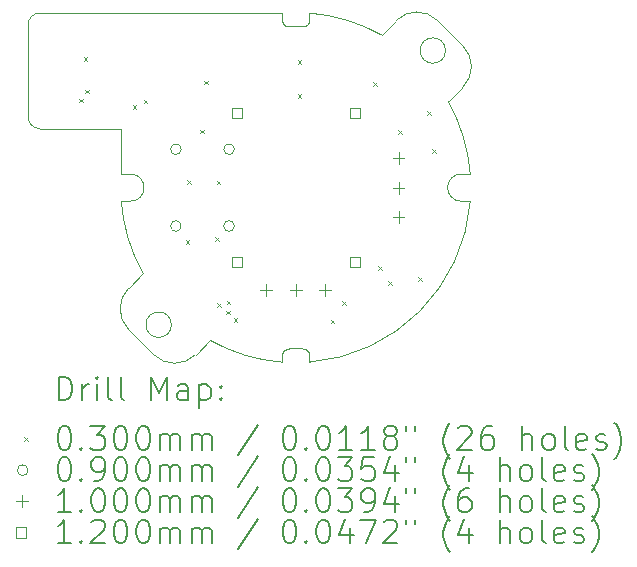
<source format=gbr>
%TF.GenerationSoftware,KiCad,Pcbnew,8.0.2*%
%TF.CreationDate,2025-05-18T13:49:09-07:00*%
%TF.ProjectId,PGS_Stick_Board,5047535f-5374-4696-936b-5f426f617264,rev?*%
%TF.SameCoordinates,Original*%
%TF.FileFunction,Drillmap*%
%TF.FilePolarity,Positive*%
%FSLAX45Y45*%
G04 Gerber Fmt 4.5, Leading zero omitted, Abs format (unit mm)*
G04 Created by KiCad (PCBNEW 8.0.2) date 2025-05-18 13:49:09*
%MOMM*%
%LPD*%
G01*
G04 APERTURE LIST*
%ADD10C,0.010000*%
%ADD11C,0.200000*%
%ADD12C,0.100000*%
%ADD13C,0.120000*%
G04 APERTURE END LIST*
D10*
X2955946Y-4346100D02*
G75*
G02*
X2855947Y-4247305I4J100010D01*
G01*
X5183301Y-3479385D02*
X5184584Y-3479426D01*
X5185866Y-3479436D01*
X5187147Y-3479414D01*
X5188426Y-3479360D01*
X5189702Y-3479275D01*
X5190975Y-3479158D01*
X5192245Y-3479010D01*
X5193511Y-3478831D01*
X5194771Y-3478621D01*
X5196027Y-3478380D01*
X5197276Y-3478108D01*
X5198519Y-3477805D01*
X5199755Y-3477471D01*
X5200983Y-3477106D01*
X5202203Y-3476711D01*
X5203414Y-3476286D01*
X5971028Y-3431319D02*
G75*
G02*
X6323879Y-3430609I176782J-176781D01*
G01*
X3830249Y-5572098D02*
G75*
G02*
X3644466Y-4960533I1292291J726578D01*
G01*
X5012429Y-6241447D02*
X5011970Y-6242452D01*
X5011532Y-6243467D01*
X5011116Y-6244490D01*
X5010722Y-6245522D01*
X5010350Y-6246561D01*
X5010000Y-6247608D01*
X5009673Y-6248663D01*
X5009368Y-6249724D01*
X5009085Y-6250792D01*
X5008826Y-6251866D01*
X5008665Y-6252586D01*
X3830249Y-5572098D02*
X3708286Y-5694061D01*
X5183301Y-6211681D02*
G75*
G02*
X5061699Y-6211681I-60801J1366159D01*
G01*
X5039428Y-3475442D02*
X5040452Y-3475857D01*
X5041485Y-3476249D01*
X5042526Y-3476619D01*
X5043574Y-3476967D01*
X5044629Y-3477292D01*
X5045691Y-3477595D01*
X5046759Y-3477875D01*
X5047833Y-3478133D01*
X5048912Y-3478367D01*
X5049997Y-3478579D01*
X5050723Y-3478707D01*
X5233510Y-6243566D02*
X5233000Y-6242384D01*
X5232461Y-6241216D01*
X5231895Y-6240062D01*
X5231300Y-6238924D01*
X5230678Y-6237802D01*
X5230029Y-6236696D01*
X5229352Y-6235607D01*
X5228649Y-6234535D01*
X5227920Y-6233480D01*
X5227165Y-6232444D01*
X5226384Y-6231426D01*
X5225578Y-6230428D01*
X5224747Y-6229449D01*
X5223891Y-6228490D01*
X5223012Y-6227552D01*
X5222108Y-6226636D01*
X4273972Y-6259746D02*
X4395935Y-6137784D01*
X6536712Y-3643450D02*
X6323875Y-3430613D01*
X5008665Y-6252586D02*
X5008458Y-6253598D01*
X5008270Y-6254614D01*
X5008103Y-6255633D01*
X5007956Y-6256656D01*
X5007830Y-6257680D01*
X5007724Y-6258707D01*
X5007638Y-6259736D01*
X5007573Y-6260767D01*
X5007529Y-6261799D01*
X5007505Y-6262832D01*
X5007500Y-6263521D01*
X2955946Y-4346100D02*
X3640000Y-4346100D01*
X3640000Y-4730533D02*
X3722500Y-4730533D01*
X2855940Y-3467497D02*
G75*
G02*
X2955940Y-3367500I100000J-3D01*
G01*
X3640000Y-4346100D02*
X3640000Y-4730533D01*
X6522500Y-4960533D02*
G75*
G02*
X6522839Y-4730528I0J115003D01*
G01*
X5007500Y-6323566D02*
G75*
G02*
X4395934Y-6137784I115000J1478046D01*
G01*
X5236335Y-3438480D02*
X5236542Y-3437467D01*
X5236730Y-3436451D01*
X5236897Y-3435432D01*
X5237044Y-3434410D01*
X5237170Y-3433385D01*
X5237276Y-3432358D01*
X5237362Y-3431329D01*
X5237427Y-3430299D01*
X5237471Y-3429267D01*
X5237495Y-3428234D01*
X5237500Y-3427545D01*
X2855940Y-3467497D02*
X2855940Y-4247305D01*
X5222108Y-6226636D02*
X5221207Y-6225765D01*
X5220286Y-6224918D01*
X5219346Y-6224094D01*
X5218387Y-6223293D01*
X5217410Y-6222516D01*
X5216415Y-6221763D01*
X5215402Y-6221035D01*
X5214372Y-6220331D01*
X5213325Y-6219652D01*
X5212263Y-6218998D01*
X5211184Y-6218370D01*
X5210091Y-6217768D01*
X5208982Y-6217192D01*
X5207859Y-6216642D01*
X5206722Y-6216119D01*
X5205572Y-6215623D01*
X5237500Y-3367500D02*
X5237500Y-3427545D01*
X5205572Y-6215623D02*
X5204547Y-6215209D01*
X5203515Y-6214817D01*
X5202474Y-6214446D01*
X5201426Y-6214099D01*
X5200371Y-6213773D01*
X5199309Y-6213471D01*
X5198241Y-6213190D01*
X5197167Y-6212933D01*
X5196088Y-6212698D01*
X5195003Y-6212487D01*
X5194277Y-6212359D01*
X5024166Y-6225418D02*
X5023256Y-6226279D01*
X5022369Y-6227161D01*
X5021504Y-6228063D01*
X5020661Y-6228986D01*
X5019841Y-6229927D01*
X5019045Y-6230888D01*
X5018272Y-6231868D01*
X5017523Y-6232865D01*
X5016798Y-6233881D01*
X5016098Y-6234913D01*
X5015423Y-6235963D01*
X5014772Y-6237029D01*
X5014147Y-6238110D01*
X5013548Y-6239208D01*
X5012976Y-6240320D01*
X5012429Y-6241447D01*
X4273972Y-6259746D02*
G75*
G02*
X3920418Y-6259744I-176776J176769D01*
G01*
X5971028Y-3431319D02*
X5849065Y-3553282D01*
X6414750Y-4118968D02*
X6536713Y-3997005D01*
X3920418Y-6259744D02*
X3920417Y-6259745D01*
X4069461Y-6006072D02*
G75*
G02*
X3854461Y-6006072I-107500J0D01*
G01*
X3854461Y-6006072D02*
G75*
G02*
X4069461Y-6006072I107500J0D01*
G01*
X5237500Y-6263521D02*
X5237500Y-6323566D01*
X5011490Y-3447500D02*
X5012000Y-3448682D01*
X5012539Y-3449850D01*
X5013105Y-3451003D01*
X5013700Y-3452141D01*
X5014322Y-3453263D01*
X5014971Y-3454370D01*
X5015648Y-3455459D01*
X5016351Y-3456531D01*
X5017080Y-3457585D01*
X5017835Y-3458622D01*
X5018616Y-3459639D01*
X5019422Y-3460638D01*
X5020253Y-3461616D01*
X5021108Y-3462575D01*
X5021988Y-3463513D01*
X5022892Y-3464430D01*
X6600533Y-4960533D02*
X6522500Y-4960533D01*
X6522839Y-4730533D02*
X6600535Y-4730533D01*
X5007500Y-3427545D02*
X5007516Y-3428828D01*
X5007563Y-3430109D01*
X5007643Y-3431388D01*
X5007753Y-3432663D01*
X5007895Y-3433934D01*
X5008068Y-3435201D01*
X5008272Y-3436463D01*
X5008507Y-3437720D01*
X5008773Y-3438970D01*
X5009070Y-3440213D01*
X5009398Y-3441449D01*
X5009756Y-3442677D01*
X5010144Y-3443897D01*
X5010563Y-3445108D01*
X5011011Y-3446309D01*
X5011490Y-3447500D01*
X6390539Y-3684994D02*
G75*
G02*
X6175539Y-3684994I-107500J0D01*
G01*
X6175539Y-3684994D02*
G75*
G02*
X6390539Y-3684994I107500J0D01*
G01*
X5232571Y-3449619D02*
X5233030Y-3448613D01*
X5233468Y-3447599D01*
X5233884Y-3446576D01*
X5234278Y-3445544D01*
X5234650Y-3444504D01*
X5235000Y-3443457D01*
X5235327Y-3442403D01*
X5235632Y-3441341D01*
X5235914Y-3440274D01*
X5236174Y-3439199D01*
X5236335Y-3438480D01*
X6414750Y-4118968D02*
G75*
G02*
X6600533Y-4730533I-1292300J-726582D01*
G01*
X5061699Y-6211681D02*
X5060416Y-6211639D01*
X5059134Y-6211630D01*
X5057853Y-6211652D01*
X5056574Y-6211706D01*
X5055298Y-6211791D01*
X5054025Y-6211908D01*
X5052755Y-6212055D01*
X5051489Y-6212234D01*
X5050229Y-6212445D01*
X5048973Y-6212686D01*
X5047724Y-6212958D01*
X5046481Y-6213261D01*
X5045245Y-6213595D01*
X5044017Y-6213959D01*
X5042797Y-6214354D01*
X5041586Y-6214780D01*
X5237500Y-6263521D02*
X5237484Y-6262238D01*
X5237437Y-6260956D01*
X5237357Y-6259678D01*
X5237247Y-6258403D01*
X5237105Y-6257131D01*
X5236932Y-6255864D01*
X5236728Y-6254602D01*
X5236493Y-6253346D01*
X5236227Y-6252096D01*
X5235930Y-6250852D01*
X5235602Y-6249616D01*
X5235244Y-6248388D01*
X5234856Y-6247169D01*
X5234437Y-6245958D01*
X5233989Y-6244757D01*
X5233510Y-6243566D01*
X5007500Y-3367500D02*
X2955940Y-3367500D01*
X6536712Y-3643450D02*
G75*
G02*
X6536715Y-3997007I-176783J-176780D01*
G01*
X5203414Y-3476286D02*
X5204617Y-3475829D01*
X5205808Y-3475343D01*
X5206986Y-3474829D01*
X5208149Y-3474285D01*
X5209298Y-3473713D01*
X5210432Y-3473114D01*
X5211550Y-3472487D01*
X5212652Y-3471832D01*
X5213738Y-3471150D01*
X5214807Y-3470442D01*
X5215858Y-3469707D01*
X5216891Y-3468946D01*
X5217906Y-3468160D01*
X5218902Y-3467348D01*
X5219878Y-3466510D01*
X5220834Y-3465648D01*
X5041586Y-6214780D02*
X5040382Y-6215236D01*
X5039192Y-6215722D01*
X5038014Y-6216237D01*
X5036851Y-6216780D01*
X5035702Y-6217352D01*
X5034568Y-6217952D01*
X5033450Y-6218579D01*
X5032348Y-6219234D01*
X5031262Y-6219915D01*
X5030193Y-6220624D01*
X5029142Y-6221358D01*
X5028108Y-6222119D01*
X5027094Y-6222906D01*
X5026098Y-6223718D01*
X5025122Y-6224555D01*
X5024166Y-6225418D01*
X6600533Y-4960533D02*
G75*
G02*
X5237500Y-6323566I-1478033J115000D01*
G01*
X3722500Y-4960533D02*
X3644466Y-4960533D01*
X3722500Y-4730533D02*
G75*
G02*
X3722500Y-4960533I0J-115000D01*
G01*
X5007500Y-6323566D02*
X5007500Y-6263521D01*
X5061699Y-3479385D02*
G75*
G02*
X5183301Y-3479385I60801J-1366159D01*
G01*
X5022892Y-3464430D02*
X5023793Y-3465300D01*
X5024714Y-3466148D01*
X5025654Y-3466972D01*
X5026613Y-3467772D01*
X5027590Y-3468549D01*
X5028585Y-3469302D01*
X5029598Y-3470031D01*
X5030628Y-3470735D01*
X5031675Y-3471414D01*
X5032737Y-3472068D01*
X5033816Y-3472696D01*
X5034909Y-3473298D01*
X5036018Y-3473874D01*
X5037141Y-3474424D01*
X5038277Y-3474947D01*
X5039428Y-3475442D01*
X5007500Y-3427545D02*
X5007500Y-3367500D01*
X3708286Y-6047614D02*
G75*
G02*
X3708287Y-5694061I176777J176776D01*
G01*
X5194277Y-6212359D02*
X5193257Y-6212196D01*
X5192233Y-6212054D01*
X5191208Y-6211932D01*
X5190180Y-6211831D01*
X5189151Y-6211750D01*
X5188120Y-6211690D01*
X5187088Y-6211650D01*
X5186056Y-6211631D01*
X5185023Y-6211632D01*
X5183989Y-6211654D01*
X5183301Y-6211681D01*
X5220834Y-3465648D02*
X5221744Y-3464787D01*
X5222631Y-3463905D01*
X5223496Y-3463002D01*
X5224339Y-3462080D01*
X5225158Y-3461138D01*
X5225955Y-3460177D01*
X5226728Y-3459198D01*
X5227477Y-3458200D01*
X5228202Y-3457185D01*
X5228902Y-3456152D01*
X5229577Y-3455103D01*
X5230228Y-3454037D01*
X5230852Y-3452955D01*
X5231451Y-3451858D01*
X5232024Y-3450746D01*
X5232571Y-3449619D01*
X5050723Y-3478707D02*
X5051743Y-3478870D01*
X5052767Y-3479012D01*
X5053792Y-3479133D01*
X5054820Y-3479235D01*
X5055849Y-3479315D01*
X5056880Y-3479376D01*
X5057912Y-3479415D01*
X5058944Y-3479435D01*
X5059977Y-3479433D01*
X5061010Y-3479411D01*
X5061699Y-3479385D01*
X5237500Y-3367500D02*
G75*
G02*
X5849065Y-3553282I-115020J-1478110D01*
G01*
X3708286Y-6047614D02*
X3920417Y-6259745D01*
D11*
D12*
X3289731Y-4094159D02*
X3319731Y-4124159D01*
X3319731Y-4094159D02*
X3289731Y-4124159D01*
X3325583Y-3742000D02*
X3355583Y-3772000D01*
X3355583Y-3742000D02*
X3325583Y-3772000D01*
X3339000Y-4015000D02*
X3369000Y-4045000D01*
X3369000Y-4015000D02*
X3339000Y-4045000D01*
X3742500Y-4150000D02*
X3772500Y-4180000D01*
X3772500Y-4150000D02*
X3742500Y-4180000D01*
X3835000Y-4102500D02*
X3865000Y-4132500D01*
X3865000Y-4102500D02*
X3835000Y-4132500D01*
X4190000Y-5290000D02*
X4220000Y-5320000D01*
X4220000Y-5290000D02*
X4190000Y-5320000D01*
X4202000Y-4783000D02*
X4232000Y-4813000D01*
X4232000Y-4783000D02*
X4202000Y-4813000D01*
X4311816Y-4354755D02*
X4341816Y-4384755D01*
X4341816Y-4354755D02*
X4311816Y-4384755D01*
X4347500Y-3940000D02*
X4377500Y-3970000D01*
X4377500Y-3940000D02*
X4347500Y-3970000D01*
X4440000Y-5267500D02*
X4470000Y-5297500D01*
X4470000Y-5267500D02*
X4440000Y-5297500D01*
X4455000Y-4786000D02*
X4485000Y-4816000D01*
X4485000Y-4786000D02*
X4455000Y-4816000D01*
X4457500Y-5825000D02*
X4487500Y-5855000D01*
X4487500Y-5825000D02*
X4457500Y-5855000D01*
X4532500Y-5887500D02*
X4562500Y-5917500D01*
X4562500Y-5887500D02*
X4532500Y-5917500D01*
X4537500Y-5805000D02*
X4567500Y-5835000D01*
X4567500Y-5805000D02*
X4537500Y-5835000D01*
X4597500Y-5952500D02*
X4627500Y-5982500D01*
X4627500Y-5952500D02*
X4597500Y-5982500D01*
X5138000Y-3766000D02*
X5168000Y-3796000D01*
X5168000Y-3766000D02*
X5138000Y-3796000D01*
X5138000Y-4057000D02*
X5168000Y-4087000D01*
X5168000Y-4057000D02*
X5138000Y-4087000D01*
X5420000Y-5962500D02*
X5450000Y-5992500D01*
X5450000Y-5962500D02*
X5420000Y-5992500D01*
X5517500Y-5807500D02*
X5547500Y-5837500D01*
X5547500Y-5807500D02*
X5517500Y-5837500D01*
X5780000Y-3952500D02*
X5810000Y-3982500D01*
X5810000Y-3952500D02*
X5780000Y-3982500D01*
X5820000Y-5512500D02*
X5850000Y-5542500D01*
X5850000Y-5512500D02*
X5820000Y-5542500D01*
X5907500Y-5637500D02*
X5937500Y-5667500D01*
X5937500Y-5637500D02*
X5907500Y-5667500D01*
X5991000Y-4360000D02*
X6021000Y-4390000D01*
X6021000Y-4360000D02*
X5991000Y-4390000D01*
X6157500Y-5602500D02*
X6187500Y-5632500D01*
X6187500Y-5602500D02*
X6157500Y-5632500D01*
X6237500Y-4200000D02*
X6267500Y-4230000D01*
X6267500Y-4200000D02*
X6237500Y-4230000D01*
X6277500Y-4520000D02*
X6307500Y-4550000D01*
X6307500Y-4520000D02*
X6277500Y-4550000D01*
X4152500Y-4520533D02*
G75*
G02*
X4062500Y-4520533I-45000J0D01*
G01*
X4062500Y-4520533D02*
G75*
G02*
X4152500Y-4520533I45000J0D01*
G01*
X4152500Y-5170533D02*
G75*
G02*
X4062500Y-5170533I-45000J0D01*
G01*
X4062500Y-5170533D02*
G75*
G02*
X4152500Y-5170533I45000J0D01*
G01*
X4602500Y-4520533D02*
G75*
G02*
X4512500Y-4520533I-45000J0D01*
G01*
X4512500Y-4520533D02*
G75*
G02*
X4602500Y-4520533I45000J0D01*
G01*
X4602500Y-5170533D02*
G75*
G02*
X4512500Y-5170533I-45000J0D01*
G01*
X4512500Y-5170533D02*
G75*
G02*
X4602500Y-5170533I45000J0D01*
G01*
X4872500Y-5665533D02*
X4872500Y-5765533D01*
X4822500Y-5715533D02*
X4922500Y-5715533D01*
X5122500Y-5665533D02*
X5122500Y-5765533D01*
X5072500Y-5715533D02*
X5172500Y-5715533D01*
X5372500Y-5665533D02*
X5372500Y-5765533D01*
X5322500Y-5715533D02*
X5422500Y-5715533D01*
X5992500Y-4545533D02*
X5992500Y-4645533D01*
X5942500Y-4595533D02*
X6042500Y-4595533D01*
X5992500Y-4795533D02*
X5992500Y-4895533D01*
X5942500Y-4845533D02*
X6042500Y-4845533D01*
X5992500Y-5045533D02*
X5992500Y-5145533D01*
X5942500Y-5095533D02*
X6042500Y-5095533D01*
D13*
X4664927Y-4255460D02*
X4664927Y-4170606D01*
X4580073Y-4170606D01*
X4580073Y-4255460D01*
X4664927Y-4255460D01*
X4664927Y-5520460D02*
X4664927Y-5435606D01*
X4580073Y-5435606D01*
X4580073Y-5520460D01*
X4664927Y-5520460D01*
X5664927Y-4255460D02*
X5664927Y-4170606D01*
X5580073Y-4170606D01*
X5580073Y-4255460D01*
X5664927Y-4255460D01*
X5664927Y-5520460D02*
X5664927Y-5435606D01*
X5580073Y-5435606D01*
X5580073Y-5520460D01*
X5664927Y-5520460D01*
D11*
X3116217Y-6644955D02*
X3116217Y-6444955D01*
X3116217Y-6444955D02*
X3163836Y-6444955D01*
X3163836Y-6444955D02*
X3192407Y-6454479D01*
X3192407Y-6454479D02*
X3211455Y-6473526D01*
X3211455Y-6473526D02*
X3220979Y-6492574D01*
X3220979Y-6492574D02*
X3230503Y-6530669D01*
X3230503Y-6530669D02*
X3230503Y-6559241D01*
X3230503Y-6559241D02*
X3220979Y-6597336D01*
X3220979Y-6597336D02*
X3211455Y-6616384D01*
X3211455Y-6616384D02*
X3192407Y-6635431D01*
X3192407Y-6635431D02*
X3163836Y-6644955D01*
X3163836Y-6644955D02*
X3116217Y-6644955D01*
X3316217Y-6644955D02*
X3316217Y-6511622D01*
X3316217Y-6549717D02*
X3325741Y-6530669D01*
X3325741Y-6530669D02*
X3335265Y-6521145D01*
X3335265Y-6521145D02*
X3354312Y-6511622D01*
X3354312Y-6511622D02*
X3373360Y-6511622D01*
X3440026Y-6644955D02*
X3440026Y-6511622D01*
X3440026Y-6444955D02*
X3430503Y-6454479D01*
X3430503Y-6454479D02*
X3440026Y-6464003D01*
X3440026Y-6464003D02*
X3449550Y-6454479D01*
X3449550Y-6454479D02*
X3440026Y-6444955D01*
X3440026Y-6444955D02*
X3440026Y-6464003D01*
X3563836Y-6644955D02*
X3544788Y-6635431D01*
X3544788Y-6635431D02*
X3535265Y-6616384D01*
X3535265Y-6616384D02*
X3535265Y-6444955D01*
X3668598Y-6644955D02*
X3649550Y-6635431D01*
X3649550Y-6635431D02*
X3640026Y-6616384D01*
X3640026Y-6616384D02*
X3640026Y-6444955D01*
X3897169Y-6644955D02*
X3897169Y-6444955D01*
X3897169Y-6444955D02*
X3963836Y-6587812D01*
X3963836Y-6587812D02*
X4030503Y-6444955D01*
X4030503Y-6444955D02*
X4030503Y-6644955D01*
X4211455Y-6644955D02*
X4211455Y-6540193D01*
X4211455Y-6540193D02*
X4201931Y-6521145D01*
X4201931Y-6521145D02*
X4182884Y-6511622D01*
X4182884Y-6511622D02*
X4144788Y-6511622D01*
X4144788Y-6511622D02*
X4125741Y-6521145D01*
X4211455Y-6635431D02*
X4192407Y-6644955D01*
X4192407Y-6644955D02*
X4144788Y-6644955D01*
X4144788Y-6644955D02*
X4125741Y-6635431D01*
X4125741Y-6635431D02*
X4116217Y-6616384D01*
X4116217Y-6616384D02*
X4116217Y-6597336D01*
X4116217Y-6597336D02*
X4125741Y-6578288D01*
X4125741Y-6578288D02*
X4144788Y-6568765D01*
X4144788Y-6568765D02*
X4192407Y-6568765D01*
X4192407Y-6568765D02*
X4211455Y-6559241D01*
X4306693Y-6511622D02*
X4306693Y-6711622D01*
X4306693Y-6521145D02*
X4325741Y-6511622D01*
X4325741Y-6511622D02*
X4363836Y-6511622D01*
X4363836Y-6511622D02*
X4382884Y-6521145D01*
X4382884Y-6521145D02*
X4392408Y-6530669D01*
X4392408Y-6530669D02*
X4401931Y-6549717D01*
X4401931Y-6549717D02*
X4401931Y-6606860D01*
X4401931Y-6606860D02*
X4392408Y-6625907D01*
X4392408Y-6625907D02*
X4382884Y-6635431D01*
X4382884Y-6635431D02*
X4363836Y-6644955D01*
X4363836Y-6644955D02*
X4325741Y-6644955D01*
X4325741Y-6644955D02*
X4306693Y-6635431D01*
X4487646Y-6625907D02*
X4497169Y-6635431D01*
X4497169Y-6635431D02*
X4487646Y-6644955D01*
X4487646Y-6644955D02*
X4478122Y-6635431D01*
X4478122Y-6635431D02*
X4487646Y-6625907D01*
X4487646Y-6625907D02*
X4487646Y-6644955D01*
X4487646Y-6521145D02*
X4497169Y-6530669D01*
X4497169Y-6530669D02*
X4487646Y-6540193D01*
X4487646Y-6540193D02*
X4478122Y-6530669D01*
X4478122Y-6530669D02*
X4487646Y-6521145D01*
X4487646Y-6521145D02*
X4487646Y-6540193D01*
D12*
X2825440Y-6958471D02*
X2855440Y-6988471D01*
X2855440Y-6958471D02*
X2825440Y-6988471D01*
D11*
X3154312Y-6864955D02*
X3173360Y-6864955D01*
X3173360Y-6864955D02*
X3192407Y-6874479D01*
X3192407Y-6874479D02*
X3201931Y-6884003D01*
X3201931Y-6884003D02*
X3211455Y-6903050D01*
X3211455Y-6903050D02*
X3220979Y-6941145D01*
X3220979Y-6941145D02*
X3220979Y-6988765D01*
X3220979Y-6988765D02*
X3211455Y-7026860D01*
X3211455Y-7026860D02*
X3201931Y-7045907D01*
X3201931Y-7045907D02*
X3192407Y-7055431D01*
X3192407Y-7055431D02*
X3173360Y-7064955D01*
X3173360Y-7064955D02*
X3154312Y-7064955D01*
X3154312Y-7064955D02*
X3135265Y-7055431D01*
X3135265Y-7055431D02*
X3125741Y-7045907D01*
X3125741Y-7045907D02*
X3116217Y-7026860D01*
X3116217Y-7026860D02*
X3106693Y-6988765D01*
X3106693Y-6988765D02*
X3106693Y-6941145D01*
X3106693Y-6941145D02*
X3116217Y-6903050D01*
X3116217Y-6903050D02*
X3125741Y-6884003D01*
X3125741Y-6884003D02*
X3135265Y-6874479D01*
X3135265Y-6874479D02*
X3154312Y-6864955D01*
X3306693Y-7045907D02*
X3316217Y-7055431D01*
X3316217Y-7055431D02*
X3306693Y-7064955D01*
X3306693Y-7064955D02*
X3297169Y-7055431D01*
X3297169Y-7055431D02*
X3306693Y-7045907D01*
X3306693Y-7045907D02*
X3306693Y-7064955D01*
X3382884Y-6864955D02*
X3506693Y-6864955D01*
X3506693Y-6864955D02*
X3440026Y-6941145D01*
X3440026Y-6941145D02*
X3468598Y-6941145D01*
X3468598Y-6941145D02*
X3487646Y-6950669D01*
X3487646Y-6950669D02*
X3497169Y-6960193D01*
X3497169Y-6960193D02*
X3506693Y-6979241D01*
X3506693Y-6979241D02*
X3506693Y-7026860D01*
X3506693Y-7026860D02*
X3497169Y-7045907D01*
X3497169Y-7045907D02*
X3487646Y-7055431D01*
X3487646Y-7055431D02*
X3468598Y-7064955D01*
X3468598Y-7064955D02*
X3411455Y-7064955D01*
X3411455Y-7064955D02*
X3392407Y-7055431D01*
X3392407Y-7055431D02*
X3382884Y-7045907D01*
X3630503Y-6864955D02*
X3649550Y-6864955D01*
X3649550Y-6864955D02*
X3668598Y-6874479D01*
X3668598Y-6874479D02*
X3678122Y-6884003D01*
X3678122Y-6884003D02*
X3687646Y-6903050D01*
X3687646Y-6903050D02*
X3697169Y-6941145D01*
X3697169Y-6941145D02*
X3697169Y-6988765D01*
X3697169Y-6988765D02*
X3687646Y-7026860D01*
X3687646Y-7026860D02*
X3678122Y-7045907D01*
X3678122Y-7045907D02*
X3668598Y-7055431D01*
X3668598Y-7055431D02*
X3649550Y-7064955D01*
X3649550Y-7064955D02*
X3630503Y-7064955D01*
X3630503Y-7064955D02*
X3611455Y-7055431D01*
X3611455Y-7055431D02*
X3601931Y-7045907D01*
X3601931Y-7045907D02*
X3592407Y-7026860D01*
X3592407Y-7026860D02*
X3582884Y-6988765D01*
X3582884Y-6988765D02*
X3582884Y-6941145D01*
X3582884Y-6941145D02*
X3592407Y-6903050D01*
X3592407Y-6903050D02*
X3601931Y-6884003D01*
X3601931Y-6884003D02*
X3611455Y-6874479D01*
X3611455Y-6874479D02*
X3630503Y-6864955D01*
X3820979Y-6864955D02*
X3840027Y-6864955D01*
X3840027Y-6864955D02*
X3859074Y-6874479D01*
X3859074Y-6874479D02*
X3868598Y-6884003D01*
X3868598Y-6884003D02*
X3878122Y-6903050D01*
X3878122Y-6903050D02*
X3887646Y-6941145D01*
X3887646Y-6941145D02*
X3887646Y-6988765D01*
X3887646Y-6988765D02*
X3878122Y-7026860D01*
X3878122Y-7026860D02*
X3868598Y-7045907D01*
X3868598Y-7045907D02*
X3859074Y-7055431D01*
X3859074Y-7055431D02*
X3840027Y-7064955D01*
X3840027Y-7064955D02*
X3820979Y-7064955D01*
X3820979Y-7064955D02*
X3801931Y-7055431D01*
X3801931Y-7055431D02*
X3792407Y-7045907D01*
X3792407Y-7045907D02*
X3782884Y-7026860D01*
X3782884Y-7026860D02*
X3773360Y-6988765D01*
X3773360Y-6988765D02*
X3773360Y-6941145D01*
X3773360Y-6941145D02*
X3782884Y-6903050D01*
X3782884Y-6903050D02*
X3792407Y-6884003D01*
X3792407Y-6884003D02*
X3801931Y-6874479D01*
X3801931Y-6874479D02*
X3820979Y-6864955D01*
X3973360Y-7064955D02*
X3973360Y-6931622D01*
X3973360Y-6950669D02*
X3982884Y-6941145D01*
X3982884Y-6941145D02*
X4001931Y-6931622D01*
X4001931Y-6931622D02*
X4030503Y-6931622D01*
X4030503Y-6931622D02*
X4049550Y-6941145D01*
X4049550Y-6941145D02*
X4059074Y-6960193D01*
X4059074Y-6960193D02*
X4059074Y-7064955D01*
X4059074Y-6960193D02*
X4068598Y-6941145D01*
X4068598Y-6941145D02*
X4087646Y-6931622D01*
X4087646Y-6931622D02*
X4116217Y-6931622D01*
X4116217Y-6931622D02*
X4135265Y-6941145D01*
X4135265Y-6941145D02*
X4144788Y-6960193D01*
X4144788Y-6960193D02*
X4144788Y-7064955D01*
X4240027Y-7064955D02*
X4240027Y-6931622D01*
X4240027Y-6950669D02*
X4249550Y-6941145D01*
X4249550Y-6941145D02*
X4268598Y-6931622D01*
X4268598Y-6931622D02*
X4297170Y-6931622D01*
X4297170Y-6931622D02*
X4316217Y-6941145D01*
X4316217Y-6941145D02*
X4325741Y-6960193D01*
X4325741Y-6960193D02*
X4325741Y-7064955D01*
X4325741Y-6960193D02*
X4335265Y-6941145D01*
X4335265Y-6941145D02*
X4354312Y-6931622D01*
X4354312Y-6931622D02*
X4382884Y-6931622D01*
X4382884Y-6931622D02*
X4401931Y-6941145D01*
X4401931Y-6941145D02*
X4411455Y-6960193D01*
X4411455Y-6960193D02*
X4411455Y-7064955D01*
X4801931Y-6855431D02*
X4630503Y-7112574D01*
X5059074Y-6864955D02*
X5078122Y-6864955D01*
X5078122Y-6864955D02*
X5097170Y-6874479D01*
X5097170Y-6874479D02*
X5106693Y-6884003D01*
X5106693Y-6884003D02*
X5116217Y-6903050D01*
X5116217Y-6903050D02*
X5125741Y-6941145D01*
X5125741Y-6941145D02*
X5125741Y-6988765D01*
X5125741Y-6988765D02*
X5116217Y-7026860D01*
X5116217Y-7026860D02*
X5106693Y-7045907D01*
X5106693Y-7045907D02*
X5097170Y-7055431D01*
X5097170Y-7055431D02*
X5078122Y-7064955D01*
X5078122Y-7064955D02*
X5059074Y-7064955D01*
X5059074Y-7064955D02*
X5040027Y-7055431D01*
X5040027Y-7055431D02*
X5030503Y-7045907D01*
X5030503Y-7045907D02*
X5020979Y-7026860D01*
X5020979Y-7026860D02*
X5011455Y-6988765D01*
X5011455Y-6988765D02*
X5011455Y-6941145D01*
X5011455Y-6941145D02*
X5020979Y-6903050D01*
X5020979Y-6903050D02*
X5030503Y-6884003D01*
X5030503Y-6884003D02*
X5040027Y-6874479D01*
X5040027Y-6874479D02*
X5059074Y-6864955D01*
X5211455Y-7045907D02*
X5220979Y-7055431D01*
X5220979Y-7055431D02*
X5211455Y-7064955D01*
X5211455Y-7064955D02*
X5201932Y-7055431D01*
X5201932Y-7055431D02*
X5211455Y-7045907D01*
X5211455Y-7045907D02*
X5211455Y-7064955D01*
X5344789Y-6864955D02*
X5363836Y-6864955D01*
X5363836Y-6864955D02*
X5382884Y-6874479D01*
X5382884Y-6874479D02*
X5392408Y-6884003D01*
X5392408Y-6884003D02*
X5401932Y-6903050D01*
X5401932Y-6903050D02*
X5411455Y-6941145D01*
X5411455Y-6941145D02*
X5411455Y-6988765D01*
X5411455Y-6988765D02*
X5401932Y-7026860D01*
X5401932Y-7026860D02*
X5392408Y-7045907D01*
X5392408Y-7045907D02*
X5382884Y-7055431D01*
X5382884Y-7055431D02*
X5363836Y-7064955D01*
X5363836Y-7064955D02*
X5344789Y-7064955D01*
X5344789Y-7064955D02*
X5325741Y-7055431D01*
X5325741Y-7055431D02*
X5316217Y-7045907D01*
X5316217Y-7045907D02*
X5306693Y-7026860D01*
X5306693Y-7026860D02*
X5297170Y-6988765D01*
X5297170Y-6988765D02*
X5297170Y-6941145D01*
X5297170Y-6941145D02*
X5306693Y-6903050D01*
X5306693Y-6903050D02*
X5316217Y-6884003D01*
X5316217Y-6884003D02*
X5325741Y-6874479D01*
X5325741Y-6874479D02*
X5344789Y-6864955D01*
X5601931Y-7064955D02*
X5487646Y-7064955D01*
X5544789Y-7064955D02*
X5544789Y-6864955D01*
X5544789Y-6864955D02*
X5525741Y-6893526D01*
X5525741Y-6893526D02*
X5506693Y-6912574D01*
X5506693Y-6912574D02*
X5487646Y-6922098D01*
X5792408Y-7064955D02*
X5678122Y-7064955D01*
X5735265Y-7064955D02*
X5735265Y-6864955D01*
X5735265Y-6864955D02*
X5716217Y-6893526D01*
X5716217Y-6893526D02*
X5697170Y-6912574D01*
X5697170Y-6912574D02*
X5678122Y-6922098D01*
X5906693Y-6950669D02*
X5887646Y-6941145D01*
X5887646Y-6941145D02*
X5878122Y-6931622D01*
X5878122Y-6931622D02*
X5868598Y-6912574D01*
X5868598Y-6912574D02*
X5868598Y-6903050D01*
X5868598Y-6903050D02*
X5878122Y-6884003D01*
X5878122Y-6884003D02*
X5887646Y-6874479D01*
X5887646Y-6874479D02*
X5906693Y-6864955D01*
X5906693Y-6864955D02*
X5944789Y-6864955D01*
X5944789Y-6864955D02*
X5963836Y-6874479D01*
X5963836Y-6874479D02*
X5973360Y-6884003D01*
X5973360Y-6884003D02*
X5982884Y-6903050D01*
X5982884Y-6903050D02*
X5982884Y-6912574D01*
X5982884Y-6912574D02*
X5973360Y-6931622D01*
X5973360Y-6931622D02*
X5963836Y-6941145D01*
X5963836Y-6941145D02*
X5944789Y-6950669D01*
X5944789Y-6950669D02*
X5906693Y-6950669D01*
X5906693Y-6950669D02*
X5887646Y-6960193D01*
X5887646Y-6960193D02*
X5878122Y-6969717D01*
X5878122Y-6969717D02*
X5868598Y-6988765D01*
X5868598Y-6988765D02*
X5868598Y-7026860D01*
X5868598Y-7026860D02*
X5878122Y-7045907D01*
X5878122Y-7045907D02*
X5887646Y-7055431D01*
X5887646Y-7055431D02*
X5906693Y-7064955D01*
X5906693Y-7064955D02*
X5944789Y-7064955D01*
X5944789Y-7064955D02*
X5963836Y-7055431D01*
X5963836Y-7055431D02*
X5973360Y-7045907D01*
X5973360Y-7045907D02*
X5982884Y-7026860D01*
X5982884Y-7026860D02*
X5982884Y-6988765D01*
X5982884Y-6988765D02*
X5973360Y-6969717D01*
X5973360Y-6969717D02*
X5963836Y-6960193D01*
X5963836Y-6960193D02*
X5944789Y-6950669D01*
X6059074Y-6864955D02*
X6059074Y-6903050D01*
X6135265Y-6864955D02*
X6135265Y-6903050D01*
X6430503Y-7141145D02*
X6420979Y-7131622D01*
X6420979Y-7131622D02*
X6401932Y-7103050D01*
X6401932Y-7103050D02*
X6392408Y-7084003D01*
X6392408Y-7084003D02*
X6382884Y-7055431D01*
X6382884Y-7055431D02*
X6373360Y-7007812D01*
X6373360Y-7007812D02*
X6373360Y-6969717D01*
X6373360Y-6969717D02*
X6382884Y-6922098D01*
X6382884Y-6922098D02*
X6392408Y-6893526D01*
X6392408Y-6893526D02*
X6401932Y-6874479D01*
X6401932Y-6874479D02*
X6420979Y-6845907D01*
X6420979Y-6845907D02*
X6430503Y-6836384D01*
X6497170Y-6884003D02*
X6506693Y-6874479D01*
X6506693Y-6874479D02*
X6525741Y-6864955D01*
X6525741Y-6864955D02*
X6573360Y-6864955D01*
X6573360Y-6864955D02*
X6592408Y-6874479D01*
X6592408Y-6874479D02*
X6601932Y-6884003D01*
X6601932Y-6884003D02*
X6611455Y-6903050D01*
X6611455Y-6903050D02*
X6611455Y-6922098D01*
X6611455Y-6922098D02*
X6601932Y-6950669D01*
X6601932Y-6950669D02*
X6487646Y-7064955D01*
X6487646Y-7064955D02*
X6611455Y-7064955D01*
X6782884Y-6864955D02*
X6744789Y-6864955D01*
X6744789Y-6864955D02*
X6725741Y-6874479D01*
X6725741Y-6874479D02*
X6716217Y-6884003D01*
X6716217Y-6884003D02*
X6697170Y-6912574D01*
X6697170Y-6912574D02*
X6687646Y-6950669D01*
X6687646Y-6950669D02*
X6687646Y-7026860D01*
X6687646Y-7026860D02*
X6697170Y-7045907D01*
X6697170Y-7045907D02*
X6706693Y-7055431D01*
X6706693Y-7055431D02*
X6725741Y-7064955D01*
X6725741Y-7064955D02*
X6763836Y-7064955D01*
X6763836Y-7064955D02*
X6782884Y-7055431D01*
X6782884Y-7055431D02*
X6792408Y-7045907D01*
X6792408Y-7045907D02*
X6801932Y-7026860D01*
X6801932Y-7026860D02*
X6801932Y-6979241D01*
X6801932Y-6979241D02*
X6792408Y-6960193D01*
X6792408Y-6960193D02*
X6782884Y-6950669D01*
X6782884Y-6950669D02*
X6763836Y-6941145D01*
X6763836Y-6941145D02*
X6725741Y-6941145D01*
X6725741Y-6941145D02*
X6706693Y-6950669D01*
X6706693Y-6950669D02*
X6697170Y-6960193D01*
X6697170Y-6960193D02*
X6687646Y-6979241D01*
X7040027Y-7064955D02*
X7040027Y-6864955D01*
X7125741Y-7064955D02*
X7125741Y-6960193D01*
X7125741Y-6960193D02*
X7116217Y-6941145D01*
X7116217Y-6941145D02*
X7097170Y-6931622D01*
X7097170Y-6931622D02*
X7068598Y-6931622D01*
X7068598Y-6931622D02*
X7049551Y-6941145D01*
X7049551Y-6941145D02*
X7040027Y-6950669D01*
X7249551Y-7064955D02*
X7230503Y-7055431D01*
X7230503Y-7055431D02*
X7220979Y-7045907D01*
X7220979Y-7045907D02*
X7211455Y-7026860D01*
X7211455Y-7026860D02*
X7211455Y-6969717D01*
X7211455Y-6969717D02*
X7220979Y-6950669D01*
X7220979Y-6950669D02*
X7230503Y-6941145D01*
X7230503Y-6941145D02*
X7249551Y-6931622D01*
X7249551Y-6931622D02*
X7278122Y-6931622D01*
X7278122Y-6931622D02*
X7297170Y-6941145D01*
X7297170Y-6941145D02*
X7306694Y-6950669D01*
X7306694Y-6950669D02*
X7316217Y-6969717D01*
X7316217Y-6969717D02*
X7316217Y-7026860D01*
X7316217Y-7026860D02*
X7306694Y-7045907D01*
X7306694Y-7045907D02*
X7297170Y-7055431D01*
X7297170Y-7055431D02*
X7278122Y-7064955D01*
X7278122Y-7064955D02*
X7249551Y-7064955D01*
X7430503Y-7064955D02*
X7411455Y-7055431D01*
X7411455Y-7055431D02*
X7401932Y-7036384D01*
X7401932Y-7036384D02*
X7401932Y-6864955D01*
X7582884Y-7055431D02*
X7563836Y-7064955D01*
X7563836Y-7064955D02*
X7525741Y-7064955D01*
X7525741Y-7064955D02*
X7506694Y-7055431D01*
X7506694Y-7055431D02*
X7497170Y-7036384D01*
X7497170Y-7036384D02*
X7497170Y-6960193D01*
X7497170Y-6960193D02*
X7506694Y-6941145D01*
X7506694Y-6941145D02*
X7525741Y-6931622D01*
X7525741Y-6931622D02*
X7563836Y-6931622D01*
X7563836Y-6931622D02*
X7582884Y-6941145D01*
X7582884Y-6941145D02*
X7592408Y-6960193D01*
X7592408Y-6960193D02*
X7592408Y-6979241D01*
X7592408Y-6979241D02*
X7497170Y-6998288D01*
X7668598Y-7055431D02*
X7687646Y-7064955D01*
X7687646Y-7064955D02*
X7725741Y-7064955D01*
X7725741Y-7064955D02*
X7744789Y-7055431D01*
X7744789Y-7055431D02*
X7754313Y-7036384D01*
X7754313Y-7036384D02*
X7754313Y-7026860D01*
X7754313Y-7026860D02*
X7744789Y-7007812D01*
X7744789Y-7007812D02*
X7725741Y-6998288D01*
X7725741Y-6998288D02*
X7697170Y-6998288D01*
X7697170Y-6998288D02*
X7678122Y-6988765D01*
X7678122Y-6988765D02*
X7668598Y-6969717D01*
X7668598Y-6969717D02*
X7668598Y-6960193D01*
X7668598Y-6960193D02*
X7678122Y-6941145D01*
X7678122Y-6941145D02*
X7697170Y-6931622D01*
X7697170Y-6931622D02*
X7725741Y-6931622D01*
X7725741Y-6931622D02*
X7744789Y-6941145D01*
X7820979Y-7141145D02*
X7830503Y-7131622D01*
X7830503Y-7131622D02*
X7849551Y-7103050D01*
X7849551Y-7103050D02*
X7859075Y-7084003D01*
X7859075Y-7084003D02*
X7868598Y-7055431D01*
X7868598Y-7055431D02*
X7878122Y-7007812D01*
X7878122Y-7007812D02*
X7878122Y-6969717D01*
X7878122Y-6969717D02*
X7868598Y-6922098D01*
X7868598Y-6922098D02*
X7859075Y-6893526D01*
X7859075Y-6893526D02*
X7849551Y-6874479D01*
X7849551Y-6874479D02*
X7830503Y-6845907D01*
X7830503Y-6845907D02*
X7820979Y-6836384D01*
D12*
X2855440Y-7237471D02*
G75*
G02*
X2765440Y-7237471I-45000J0D01*
G01*
X2765440Y-7237471D02*
G75*
G02*
X2855440Y-7237471I45000J0D01*
G01*
D11*
X3154312Y-7128955D02*
X3173360Y-7128955D01*
X3173360Y-7128955D02*
X3192407Y-7138479D01*
X3192407Y-7138479D02*
X3201931Y-7148003D01*
X3201931Y-7148003D02*
X3211455Y-7167050D01*
X3211455Y-7167050D02*
X3220979Y-7205145D01*
X3220979Y-7205145D02*
X3220979Y-7252765D01*
X3220979Y-7252765D02*
X3211455Y-7290860D01*
X3211455Y-7290860D02*
X3201931Y-7309907D01*
X3201931Y-7309907D02*
X3192407Y-7319431D01*
X3192407Y-7319431D02*
X3173360Y-7328955D01*
X3173360Y-7328955D02*
X3154312Y-7328955D01*
X3154312Y-7328955D02*
X3135265Y-7319431D01*
X3135265Y-7319431D02*
X3125741Y-7309907D01*
X3125741Y-7309907D02*
X3116217Y-7290860D01*
X3116217Y-7290860D02*
X3106693Y-7252765D01*
X3106693Y-7252765D02*
X3106693Y-7205145D01*
X3106693Y-7205145D02*
X3116217Y-7167050D01*
X3116217Y-7167050D02*
X3125741Y-7148003D01*
X3125741Y-7148003D02*
X3135265Y-7138479D01*
X3135265Y-7138479D02*
X3154312Y-7128955D01*
X3306693Y-7309907D02*
X3316217Y-7319431D01*
X3316217Y-7319431D02*
X3306693Y-7328955D01*
X3306693Y-7328955D02*
X3297169Y-7319431D01*
X3297169Y-7319431D02*
X3306693Y-7309907D01*
X3306693Y-7309907D02*
X3306693Y-7328955D01*
X3411455Y-7328955D02*
X3449550Y-7328955D01*
X3449550Y-7328955D02*
X3468598Y-7319431D01*
X3468598Y-7319431D02*
X3478122Y-7309907D01*
X3478122Y-7309907D02*
X3497169Y-7281336D01*
X3497169Y-7281336D02*
X3506693Y-7243241D01*
X3506693Y-7243241D02*
X3506693Y-7167050D01*
X3506693Y-7167050D02*
X3497169Y-7148003D01*
X3497169Y-7148003D02*
X3487646Y-7138479D01*
X3487646Y-7138479D02*
X3468598Y-7128955D01*
X3468598Y-7128955D02*
X3430503Y-7128955D01*
X3430503Y-7128955D02*
X3411455Y-7138479D01*
X3411455Y-7138479D02*
X3401931Y-7148003D01*
X3401931Y-7148003D02*
X3392407Y-7167050D01*
X3392407Y-7167050D02*
X3392407Y-7214669D01*
X3392407Y-7214669D02*
X3401931Y-7233717D01*
X3401931Y-7233717D02*
X3411455Y-7243241D01*
X3411455Y-7243241D02*
X3430503Y-7252765D01*
X3430503Y-7252765D02*
X3468598Y-7252765D01*
X3468598Y-7252765D02*
X3487646Y-7243241D01*
X3487646Y-7243241D02*
X3497169Y-7233717D01*
X3497169Y-7233717D02*
X3506693Y-7214669D01*
X3630503Y-7128955D02*
X3649550Y-7128955D01*
X3649550Y-7128955D02*
X3668598Y-7138479D01*
X3668598Y-7138479D02*
X3678122Y-7148003D01*
X3678122Y-7148003D02*
X3687646Y-7167050D01*
X3687646Y-7167050D02*
X3697169Y-7205145D01*
X3697169Y-7205145D02*
X3697169Y-7252765D01*
X3697169Y-7252765D02*
X3687646Y-7290860D01*
X3687646Y-7290860D02*
X3678122Y-7309907D01*
X3678122Y-7309907D02*
X3668598Y-7319431D01*
X3668598Y-7319431D02*
X3649550Y-7328955D01*
X3649550Y-7328955D02*
X3630503Y-7328955D01*
X3630503Y-7328955D02*
X3611455Y-7319431D01*
X3611455Y-7319431D02*
X3601931Y-7309907D01*
X3601931Y-7309907D02*
X3592407Y-7290860D01*
X3592407Y-7290860D02*
X3582884Y-7252765D01*
X3582884Y-7252765D02*
X3582884Y-7205145D01*
X3582884Y-7205145D02*
X3592407Y-7167050D01*
X3592407Y-7167050D02*
X3601931Y-7148003D01*
X3601931Y-7148003D02*
X3611455Y-7138479D01*
X3611455Y-7138479D02*
X3630503Y-7128955D01*
X3820979Y-7128955D02*
X3840027Y-7128955D01*
X3840027Y-7128955D02*
X3859074Y-7138479D01*
X3859074Y-7138479D02*
X3868598Y-7148003D01*
X3868598Y-7148003D02*
X3878122Y-7167050D01*
X3878122Y-7167050D02*
X3887646Y-7205145D01*
X3887646Y-7205145D02*
X3887646Y-7252765D01*
X3887646Y-7252765D02*
X3878122Y-7290860D01*
X3878122Y-7290860D02*
X3868598Y-7309907D01*
X3868598Y-7309907D02*
X3859074Y-7319431D01*
X3859074Y-7319431D02*
X3840027Y-7328955D01*
X3840027Y-7328955D02*
X3820979Y-7328955D01*
X3820979Y-7328955D02*
X3801931Y-7319431D01*
X3801931Y-7319431D02*
X3792407Y-7309907D01*
X3792407Y-7309907D02*
X3782884Y-7290860D01*
X3782884Y-7290860D02*
X3773360Y-7252765D01*
X3773360Y-7252765D02*
X3773360Y-7205145D01*
X3773360Y-7205145D02*
X3782884Y-7167050D01*
X3782884Y-7167050D02*
X3792407Y-7148003D01*
X3792407Y-7148003D02*
X3801931Y-7138479D01*
X3801931Y-7138479D02*
X3820979Y-7128955D01*
X3973360Y-7328955D02*
X3973360Y-7195622D01*
X3973360Y-7214669D02*
X3982884Y-7205145D01*
X3982884Y-7205145D02*
X4001931Y-7195622D01*
X4001931Y-7195622D02*
X4030503Y-7195622D01*
X4030503Y-7195622D02*
X4049550Y-7205145D01*
X4049550Y-7205145D02*
X4059074Y-7224193D01*
X4059074Y-7224193D02*
X4059074Y-7328955D01*
X4059074Y-7224193D02*
X4068598Y-7205145D01*
X4068598Y-7205145D02*
X4087646Y-7195622D01*
X4087646Y-7195622D02*
X4116217Y-7195622D01*
X4116217Y-7195622D02*
X4135265Y-7205145D01*
X4135265Y-7205145D02*
X4144788Y-7224193D01*
X4144788Y-7224193D02*
X4144788Y-7328955D01*
X4240027Y-7328955D02*
X4240027Y-7195622D01*
X4240027Y-7214669D02*
X4249550Y-7205145D01*
X4249550Y-7205145D02*
X4268598Y-7195622D01*
X4268598Y-7195622D02*
X4297170Y-7195622D01*
X4297170Y-7195622D02*
X4316217Y-7205145D01*
X4316217Y-7205145D02*
X4325741Y-7224193D01*
X4325741Y-7224193D02*
X4325741Y-7328955D01*
X4325741Y-7224193D02*
X4335265Y-7205145D01*
X4335265Y-7205145D02*
X4354312Y-7195622D01*
X4354312Y-7195622D02*
X4382884Y-7195622D01*
X4382884Y-7195622D02*
X4401931Y-7205145D01*
X4401931Y-7205145D02*
X4411455Y-7224193D01*
X4411455Y-7224193D02*
X4411455Y-7328955D01*
X4801931Y-7119431D02*
X4630503Y-7376574D01*
X5059074Y-7128955D02*
X5078122Y-7128955D01*
X5078122Y-7128955D02*
X5097170Y-7138479D01*
X5097170Y-7138479D02*
X5106693Y-7148003D01*
X5106693Y-7148003D02*
X5116217Y-7167050D01*
X5116217Y-7167050D02*
X5125741Y-7205145D01*
X5125741Y-7205145D02*
X5125741Y-7252765D01*
X5125741Y-7252765D02*
X5116217Y-7290860D01*
X5116217Y-7290860D02*
X5106693Y-7309907D01*
X5106693Y-7309907D02*
X5097170Y-7319431D01*
X5097170Y-7319431D02*
X5078122Y-7328955D01*
X5078122Y-7328955D02*
X5059074Y-7328955D01*
X5059074Y-7328955D02*
X5040027Y-7319431D01*
X5040027Y-7319431D02*
X5030503Y-7309907D01*
X5030503Y-7309907D02*
X5020979Y-7290860D01*
X5020979Y-7290860D02*
X5011455Y-7252765D01*
X5011455Y-7252765D02*
X5011455Y-7205145D01*
X5011455Y-7205145D02*
X5020979Y-7167050D01*
X5020979Y-7167050D02*
X5030503Y-7148003D01*
X5030503Y-7148003D02*
X5040027Y-7138479D01*
X5040027Y-7138479D02*
X5059074Y-7128955D01*
X5211455Y-7309907D02*
X5220979Y-7319431D01*
X5220979Y-7319431D02*
X5211455Y-7328955D01*
X5211455Y-7328955D02*
X5201932Y-7319431D01*
X5201932Y-7319431D02*
X5211455Y-7309907D01*
X5211455Y-7309907D02*
X5211455Y-7328955D01*
X5344789Y-7128955D02*
X5363836Y-7128955D01*
X5363836Y-7128955D02*
X5382884Y-7138479D01*
X5382884Y-7138479D02*
X5392408Y-7148003D01*
X5392408Y-7148003D02*
X5401932Y-7167050D01*
X5401932Y-7167050D02*
X5411455Y-7205145D01*
X5411455Y-7205145D02*
X5411455Y-7252765D01*
X5411455Y-7252765D02*
X5401932Y-7290860D01*
X5401932Y-7290860D02*
X5392408Y-7309907D01*
X5392408Y-7309907D02*
X5382884Y-7319431D01*
X5382884Y-7319431D02*
X5363836Y-7328955D01*
X5363836Y-7328955D02*
X5344789Y-7328955D01*
X5344789Y-7328955D02*
X5325741Y-7319431D01*
X5325741Y-7319431D02*
X5316217Y-7309907D01*
X5316217Y-7309907D02*
X5306693Y-7290860D01*
X5306693Y-7290860D02*
X5297170Y-7252765D01*
X5297170Y-7252765D02*
X5297170Y-7205145D01*
X5297170Y-7205145D02*
X5306693Y-7167050D01*
X5306693Y-7167050D02*
X5316217Y-7148003D01*
X5316217Y-7148003D02*
X5325741Y-7138479D01*
X5325741Y-7138479D02*
X5344789Y-7128955D01*
X5478122Y-7128955D02*
X5601931Y-7128955D01*
X5601931Y-7128955D02*
X5535265Y-7205145D01*
X5535265Y-7205145D02*
X5563836Y-7205145D01*
X5563836Y-7205145D02*
X5582884Y-7214669D01*
X5582884Y-7214669D02*
X5592408Y-7224193D01*
X5592408Y-7224193D02*
X5601931Y-7243241D01*
X5601931Y-7243241D02*
X5601931Y-7290860D01*
X5601931Y-7290860D02*
X5592408Y-7309907D01*
X5592408Y-7309907D02*
X5582884Y-7319431D01*
X5582884Y-7319431D02*
X5563836Y-7328955D01*
X5563836Y-7328955D02*
X5506693Y-7328955D01*
X5506693Y-7328955D02*
X5487646Y-7319431D01*
X5487646Y-7319431D02*
X5478122Y-7309907D01*
X5782884Y-7128955D02*
X5687646Y-7128955D01*
X5687646Y-7128955D02*
X5678122Y-7224193D01*
X5678122Y-7224193D02*
X5687646Y-7214669D01*
X5687646Y-7214669D02*
X5706693Y-7205145D01*
X5706693Y-7205145D02*
X5754312Y-7205145D01*
X5754312Y-7205145D02*
X5773360Y-7214669D01*
X5773360Y-7214669D02*
X5782884Y-7224193D01*
X5782884Y-7224193D02*
X5792408Y-7243241D01*
X5792408Y-7243241D02*
X5792408Y-7290860D01*
X5792408Y-7290860D02*
X5782884Y-7309907D01*
X5782884Y-7309907D02*
X5773360Y-7319431D01*
X5773360Y-7319431D02*
X5754312Y-7328955D01*
X5754312Y-7328955D02*
X5706693Y-7328955D01*
X5706693Y-7328955D02*
X5687646Y-7319431D01*
X5687646Y-7319431D02*
X5678122Y-7309907D01*
X5963836Y-7195622D02*
X5963836Y-7328955D01*
X5916217Y-7119431D02*
X5868598Y-7262288D01*
X5868598Y-7262288D02*
X5992408Y-7262288D01*
X6059074Y-7128955D02*
X6059074Y-7167050D01*
X6135265Y-7128955D02*
X6135265Y-7167050D01*
X6430503Y-7405145D02*
X6420979Y-7395622D01*
X6420979Y-7395622D02*
X6401932Y-7367050D01*
X6401932Y-7367050D02*
X6392408Y-7348003D01*
X6392408Y-7348003D02*
X6382884Y-7319431D01*
X6382884Y-7319431D02*
X6373360Y-7271812D01*
X6373360Y-7271812D02*
X6373360Y-7233717D01*
X6373360Y-7233717D02*
X6382884Y-7186098D01*
X6382884Y-7186098D02*
X6392408Y-7157526D01*
X6392408Y-7157526D02*
X6401932Y-7138479D01*
X6401932Y-7138479D02*
X6420979Y-7109907D01*
X6420979Y-7109907D02*
X6430503Y-7100384D01*
X6592408Y-7195622D02*
X6592408Y-7328955D01*
X6544789Y-7119431D02*
X6497170Y-7262288D01*
X6497170Y-7262288D02*
X6620979Y-7262288D01*
X6849551Y-7328955D02*
X6849551Y-7128955D01*
X6935265Y-7328955D02*
X6935265Y-7224193D01*
X6935265Y-7224193D02*
X6925741Y-7205145D01*
X6925741Y-7205145D02*
X6906694Y-7195622D01*
X6906694Y-7195622D02*
X6878122Y-7195622D01*
X6878122Y-7195622D02*
X6859074Y-7205145D01*
X6859074Y-7205145D02*
X6849551Y-7214669D01*
X7059074Y-7328955D02*
X7040027Y-7319431D01*
X7040027Y-7319431D02*
X7030503Y-7309907D01*
X7030503Y-7309907D02*
X7020979Y-7290860D01*
X7020979Y-7290860D02*
X7020979Y-7233717D01*
X7020979Y-7233717D02*
X7030503Y-7214669D01*
X7030503Y-7214669D02*
X7040027Y-7205145D01*
X7040027Y-7205145D02*
X7059074Y-7195622D01*
X7059074Y-7195622D02*
X7087646Y-7195622D01*
X7087646Y-7195622D02*
X7106694Y-7205145D01*
X7106694Y-7205145D02*
X7116217Y-7214669D01*
X7116217Y-7214669D02*
X7125741Y-7233717D01*
X7125741Y-7233717D02*
X7125741Y-7290860D01*
X7125741Y-7290860D02*
X7116217Y-7309907D01*
X7116217Y-7309907D02*
X7106694Y-7319431D01*
X7106694Y-7319431D02*
X7087646Y-7328955D01*
X7087646Y-7328955D02*
X7059074Y-7328955D01*
X7240027Y-7328955D02*
X7220979Y-7319431D01*
X7220979Y-7319431D02*
X7211455Y-7300384D01*
X7211455Y-7300384D02*
X7211455Y-7128955D01*
X7392408Y-7319431D02*
X7373360Y-7328955D01*
X7373360Y-7328955D02*
X7335265Y-7328955D01*
X7335265Y-7328955D02*
X7316217Y-7319431D01*
X7316217Y-7319431D02*
X7306694Y-7300384D01*
X7306694Y-7300384D02*
X7306694Y-7224193D01*
X7306694Y-7224193D02*
X7316217Y-7205145D01*
X7316217Y-7205145D02*
X7335265Y-7195622D01*
X7335265Y-7195622D02*
X7373360Y-7195622D01*
X7373360Y-7195622D02*
X7392408Y-7205145D01*
X7392408Y-7205145D02*
X7401932Y-7224193D01*
X7401932Y-7224193D02*
X7401932Y-7243241D01*
X7401932Y-7243241D02*
X7306694Y-7262288D01*
X7478122Y-7319431D02*
X7497170Y-7328955D01*
X7497170Y-7328955D02*
X7535265Y-7328955D01*
X7535265Y-7328955D02*
X7554313Y-7319431D01*
X7554313Y-7319431D02*
X7563836Y-7300384D01*
X7563836Y-7300384D02*
X7563836Y-7290860D01*
X7563836Y-7290860D02*
X7554313Y-7271812D01*
X7554313Y-7271812D02*
X7535265Y-7262288D01*
X7535265Y-7262288D02*
X7506694Y-7262288D01*
X7506694Y-7262288D02*
X7487646Y-7252765D01*
X7487646Y-7252765D02*
X7478122Y-7233717D01*
X7478122Y-7233717D02*
X7478122Y-7224193D01*
X7478122Y-7224193D02*
X7487646Y-7205145D01*
X7487646Y-7205145D02*
X7506694Y-7195622D01*
X7506694Y-7195622D02*
X7535265Y-7195622D01*
X7535265Y-7195622D02*
X7554313Y-7205145D01*
X7630503Y-7405145D02*
X7640027Y-7395622D01*
X7640027Y-7395622D02*
X7659075Y-7367050D01*
X7659075Y-7367050D02*
X7668598Y-7348003D01*
X7668598Y-7348003D02*
X7678122Y-7319431D01*
X7678122Y-7319431D02*
X7687646Y-7271812D01*
X7687646Y-7271812D02*
X7687646Y-7233717D01*
X7687646Y-7233717D02*
X7678122Y-7186098D01*
X7678122Y-7186098D02*
X7668598Y-7157526D01*
X7668598Y-7157526D02*
X7659075Y-7138479D01*
X7659075Y-7138479D02*
X7640027Y-7109907D01*
X7640027Y-7109907D02*
X7630503Y-7100384D01*
D12*
X2805440Y-7451471D02*
X2805440Y-7551471D01*
X2755440Y-7501471D02*
X2855440Y-7501471D01*
D11*
X3220979Y-7592955D02*
X3106693Y-7592955D01*
X3163836Y-7592955D02*
X3163836Y-7392955D01*
X3163836Y-7392955D02*
X3144788Y-7421526D01*
X3144788Y-7421526D02*
X3125741Y-7440574D01*
X3125741Y-7440574D02*
X3106693Y-7450098D01*
X3306693Y-7573907D02*
X3316217Y-7583431D01*
X3316217Y-7583431D02*
X3306693Y-7592955D01*
X3306693Y-7592955D02*
X3297169Y-7583431D01*
X3297169Y-7583431D02*
X3306693Y-7573907D01*
X3306693Y-7573907D02*
X3306693Y-7592955D01*
X3440026Y-7392955D02*
X3459074Y-7392955D01*
X3459074Y-7392955D02*
X3478122Y-7402479D01*
X3478122Y-7402479D02*
X3487646Y-7412003D01*
X3487646Y-7412003D02*
X3497169Y-7431050D01*
X3497169Y-7431050D02*
X3506693Y-7469145D01*
X3506693Y-7469145D02*
X3506693Y-7516765D01*
X3506693Y-7516765D02*
X3497169Y-7554860D01*
X3497169Y-7554860D02*
X3487646Y-7573907D01*
X3487646Y-7573907D02*
X3478122Y-7583431D01*
X3478122Y-7583431D02*
X3459074Y-7592955D01*
X3459074Y-7592955D02*
X3440026Y-7592955D01*
X3440026Y-7592955D02*
X3420979Y-7583431D01*
X3420979Y-7583431D02*
X3411455Y-7573907D01*
X3411455Y-7573907D02*
X3401931Y-7554860D01*
X3401931Y-7554860D02*
X3392407Y-7516765D01*
X3392407Y-7516765D02*
X3392407Y-7469145D01*
X3392407Y-7469145D02*
X3401931Y-7431050D01*
X3401931Y-7431050D02*
X3411455Y-7412003D01*
X3411455Y-7412003D02*
X3420979Y-7402479D01*
X3420979Y-7402479D02*
X3440026Y-7392955D01*
X3630503Y-7392955D02*
X3649550Y-7392955D01*
X3649550Y-7392955D02*
X3668598Y-7402479D01*
X3668598Y-7402479D02*
X3678122Y-7412003D01*
X3678122Y-7412003D02*
X3687646Y-7431050D01*
X3687646Y-7431050D02*
X3697169Y-7469145D01*
X3697169Y-7469145D02*
X3697169Y-7516765D01*
X3697169Y-7516765D02*
X3687646Y-7554860D01*
X3687646Y-7554860D02*
X3678122Y-7573907D01*
X3678122Y-7573907D02*
X3668598Y-7583431D01*
X3668598Y-7583431D02*
X3649550Y-7592955D01*
X3649550Y-7592955D02*
X3630503Y-7592955D01*
X3630503Y-7592955D02*
X3611455Y-7583431D01*
X3611455Y-7583431D02*
X3601931Y-7573907D01*
X3601931Y-7573907D02*
X3592407Y-7554860D01*
X3592407Y-7554860D02*
X3582884Y-7516765D01*
X3582884Y-7516765D02*
X3582884Y-7469145D01*
X3582884Y-7469145D02*
X3592407Y-7431050D01*
X3592407Y-7431050D02*
X3601931Y-7412003D01*
X3601931Y-7412003D02*
X3611455Y-7402479D01*
X3611455Y-7402479D02*
X3630503Y-7392955D01*
X3820979Y-7392955D02*
X3840027Y-7392955D01*
X3840027Y-7392955D02*
X3859074Y-7402479D01*
X3859074Y-7402479D02*
X3868598Y-7412003D01*
X3868598Y-7412003D02*
X3878122Y-7431050D01*
X3878122Y-7431050D02*
X3887646Y-7469145D01*
X3887646Y-7469145D02*
X3887646Y-7516765D01*
X3887646Y-7516765D02*
X3878122Y-7554860D01*
X3878122Y-7554860D02*
X3868598Y-7573907D01*
X3868598Y-7573907D02*
X3859074Y-7583431D01*
X3859074Y-7583431D02*
X3840027Y-7592955D01*
X3840027Y-7592955D02*
X3820979Y-7592955D01*
X3820979Y-7592955D02*
X3801931Y-7583431D01*
X3801931Y-7583431D02*
X3792407Y-7573907D01*
X3792407Y-7573907D02*
X3782884Y-7554860D01*
X3782884Y-7554860D02*
X3773360Y-7516765D01*
X3773360Y-7516765D02*
X3773360Y-7469145D01*
X3773360Y-7469145D02*
X3782884Y-7431050D01*
X3782884Y-7431050D02*
X3792407Y-7412003D01*
X3792407Y-7412003D02*
X3801931Y-7402479D01*
X3801931Y-7402479D02*
X3820979Y-7392955D01*
X3973360Y-7592955D02*
X3973360Y-7459622D01*
X3973360Y-7478669D02*
X3982884Y-7469145D01*
X3982884Y-7469145D02*
X4001931Y-7459622D01*
X4001931Y-7459622D02*
X4030503Y-7459622D01*
X4030503Y-7459622D02*
X4049550Y-7469145D01*
X4049550Y-7469145D02*
X4059074Y-7488193D01*
X4059074Y-7488193D02*
X4059074Y-7592955D01*
X4059074Y-7488193D02*
X4068598Y-7469145D01*
X4068598Y-7469145D02*
X4087646Y-7459622D01*
X4087646Y-7459622D02*
X4116217Y-7459622D01*
X4116217Y-7459622D02*
X4135265Y-7469145D01*
X4135265Y-7469145D02*
X4144788Y-7488193D01*
X4144788Y-7488193D02*
X4144788Y-7592955D01*
X4240027Y-7592955D02*
X4240027Y-7459622D01*
X4240027Y-7478669D02*
X4249550Y-7469145D01*
X4249550Y-7469145D02*
X4268598Y-7459622D01*
X4268598Y-7459622D02*
X4297170Y-7459622D01*
X4297170Y-7459622D02*
X4316217Y-7469145D01*
X4316217Y-7469145D02*
X4325741Y-7488193D01*
X4325741Y-7488193D02*
X4325741Y-7592955D01*
X4325741Y-7488193D02*
X4335265Y-7469145D01*
X4335265Y-7469145D02*
X4354312Y-7459622D01*
X4354312Y-7459622D02*
X4382884Y-7459622D01*
X4382884Y-7459622D02*
X4401931Y-7469145D01*
X4401931Y-7469145D02*
X4411455Y-7488193D01*
X4411455Y-7488193D02*
X4411455Y-7592955D01*
X4801931Y-7383431D02*
X4630503Y-7640574D01*
X5059074Y-7392955D02*
X5078122Y-7392955D01*
X5078122Y-7392955D02*
X5097170Y-7402479D01*
X5097170Y-7402479D02*
X5106693Y-7412003D01*
X5106693Y-7412003D02*
X5116217Y-7431050D01*
X5116217Y-7431050D02*
X5125741Y-7469145D01*
X5125741Y-7469145D02*
X5125741Y-7516765D01*
X5125741Y-7516765D02*
X5116217Y-7554860D01*
X5116217Y-7554860D02*
X5106693Y-7573907D01*
X5106693Y-7573907D02*
X5097170Y-7583431D01*
X5097170Y-7583431D02*
X5078122Y-7592955D01*
X5078122Y-7592955D02*
X5059074Y-7592955D01*
X5059074Y-7592955D02*
X5040027Y-7583431D01*
X5040027Y-7583431D02*
X5030503Y-7573907D01*
X5030503Y-7573907D02*
X5020979Y-7554860D01*
X5020979Y-7554860D02*
X5011455Y-7516765D01*
X5011455Y-7516765D02*
X5011455Y-7469145D01*
X5011455Y-7469145D02*
X5020979Y-7431050D01*
X5020979Y-7431050D02*
X5030503Y-7412003D01*
X5030503Y-7412003D02*
X5040027Y-7402479D01*
X5040027Y-7402479D02*
X5059074Y-7392955D01*
X5211455Y-7573907D02*
X5220979Y-7583431D01*
X5220979Y-7583431D02*
X5211455Y-7592955D01*
X5211455Y-7592955D02*
X5201932Y-7583431D01*
X5201932Y-7583431D02*
X5211455Y-7573907D01*
X5211455Y-7573907D02*
X5211455Y-7592955D01*
X5344789Y-7392955D02*
X5363836Y-7392955D01*
X5363836Y-7392955D02*
X5382884Y-7402479D01*
X5382884Y-7402479D02*
X5392408Y-7412003D01*
X5392408Y-7412003D02*
X5401932Y-7431050D01*
X5401932Y-7431050D02*
X5411455Y-7469145D01*
X5411455Y-7469145D02*
X5411455Y-7516765D01*
X5411455Y-7516765D02*
X5401932Y-7554860D01*
X5401932Y-7554860D02*
X5392408Y-7573907D01*
X5392408Y-7573907D02*
X5382884Y-7583431D01*
X5382884Y-7583431D02*
X5363836Y-7592955D01*
X5363836Y-7592955D02*
X5344789Y-7592955D01*
X5344789Y-7592955D02*
X5325741Y-7583431D01*
X5325741Y-7583431D02*
X5316217Y-7573907D01*
X5316217Y-7573907D02*
X5306693Y-7554860D01*
X5306693Y-7554860D02*
X5297170Y-7516765D01*
X5297170Y-7516765D02*
X5297170Y-7469145D01*
X5297170Y-7469145D02*
X5306693Y-7431050D01*
X5306693Y-7431050D02*
X5316217Y-7412003D01*
X5316217Y-7412003D02*
X5325741Y-7402479D01*
X5325741Y-7402479D02*
X5344789Y-7392955D01*
X5478122Y-7392955D02*
X5601931Y-7392955D01*
X5601931Y-7392955D02*
X5535265Y-7469145D01*
X5535265Y-7469145D02*
X5563836Y-7469145D01*
X5563836Y-7469145D02*
X5582884Y-7478669D01*
X5582884Y-7478669D02*
X5592408Y-7488193D01*
X5592408Y-7488193D02*
X5601931Y-7507241D01*
X5601931Y-7507241D02*
X5601931Y-7554860D01*
X5601931Y-7554860D02*
X5592408Y-7573907D01*
X5592408Y-7573907D02*
X5582884Y-7583431D01*
X5582884Y-7583431D02*
X5563836Y-7592955D01*
X5563836Y-7592955D02*
X5506693Y-7592955D01*
X5506693Y-7592955D02*
X5487646Y-7583431D01*
X5487646Y-7583431D02*
X5478122Y-7573907D01*
X5697170Y-7592955D02*
X5735265Y-7592955D01*
X5735265Y-7592955D02*
X5754312Y-7583431D01*
X5754312Y-7583431D02*
X5763836Y-7573907D01*
X5763836Y-7573907D02*
X5782884Y-7545336D01*
X5782884Y-7545336D02*
X5792408Y-7507241D01*
X5792408Y-7507241D02*
X5792408Y-7431050D01*
X5792408Y-7431050D02*
X5782884Y-7412003D01*
X5782884Y-7412003D02*
X5773360Y-7402479D01*
X5773360Y-7402479D02*
X5754312Y-7392955D01*
X5754312Y-7392955D02*
X5716217Y-7392955D01*
X5716217Y-7392955D02*
X5697170Y-7402479D01*
X5697170Y-7402479D02*
X5687646Y-7412003D01*
X5687646Y-7412003D02*
X5678122Y-7431050D01*
X5678122Y-7431050D02*
X5678122Y-7478669D01*
X5678122Y-7478669D02*
X5687646Y-7497717D01*
X5687646Y-7497717D02*
X5697170Y-7507241D01*
X5697170Y-7507241D02*
X5716217Y-7516765D01*
X5716217Y-7516765D02*
X5754312Y-7516765D01*
X5754312Y-7516765D02*
X5773360Y-7507241D01*
X5773360Y-7507241D02*
X5782884Y-7497717D01*
X5782884Y-7497717D02*
X5792408Y-7478669D01*
X5963836Y-7459622D02*
X5963836Y-7592955D01*
X5916217Y-7383431D02*
X5868598Y-7526288D01*
X5868598Y-7526288D02*
X5992408Y-7526288D01*
X6059074Y-7392955D02*
X6059074Y-7431050D01*
X6135265Y-7392955D02*
X6135265Y-7431050D01*
X6430503Y-7669145D02*
X6420979Y-7659622D01*
X6420979Y-7659622D02*
X6401932Y-7631050D01*
X6401932Y-7631050D02*
X6392408Y-7612003D01*
X6392408Y-7612003D02*
X6382884Y-7583431D01*
X6382884Y-7583431D02*
X6373360Y-7535812D01*
X6373360Y-7535812D02*
X6373360Y-7497717D01*
X6373360Y-7497717D02*
X6382884Y-7450098D01*
X6382884Y-7450098D02*
X6392408Y-7421526D01*
X6392408Y-7421526D02*
X6401932Y-7402479D01*
X6401932Y-7402479D02*
X6420979Y-7373907D01*
X6420979Y-7373907D02*
X6430503Y-7364384D01*
X6592408Y-7392955D02*
X6554312Y-7392955D01*
X6554312Y-7392955D02*
X6535265Y-7402479D01*
X6535265Y-7402479D02*
X6525741Y-7412003D01*
X6525741Y-7412003D02*
X6506693Y-7440574D01*
X6506693Y-7440574D02*
X6497170Y-7478669D01*
X6497170Y-7478669D02*
X6497170Y-7554860D01*
X6497170Y-7554860D02*
X6506693Y-7573907D01*
X6506693Y-7573907D02*
X6516217Y-7583431D01*
X6516217Y-7583431D02*
X6535265Y-7592955D01*
X6535265Y-7592955D02*
X6573360Y-7592955D01*
X6573360Y-7592955D02*
X6592408Y-7583431D01*
X6592408Y-7583431D02*
X6601932Y-7573907D01*
X6601932Y-7573907D02*
X6611455Y-7554860D01*
X6611455Y-7554860D02*
X6611455Y-7507241D01*
X6611455Y-7507241D02*
X6601932Y-7488193D01*
X6601932Y-7488193D02*
X6592408Y-7478669D01*
X6592408Y-7478669D02*
X6573360Y-7469145D01*
X6573360Y-7469145D02*
X6535265Y-7469145D01*
X6535265Y-7469145D02*
X6516217Y-7478669D01*
X6516217Y-7478669D02*
X6506693Y-7488193D01*
X6506693Y-7488193D02*
X6497170Y-7507241D01*
X6849551Y-7592955D02*
X6849551Y-7392955D01*
X6935265Y-7592955D02*
X6935265Y-7488193D01*
X6935265Y-7488193D02*
X6925741Y-7469145D01*
X6925741Y-7469145D02*
X6906694Y-7459622D01*
X6906694Y-7459622D02*
X6878122Y-7459622D01*
X6878122Y-7459622D02*
X6859074Y-7469145D01*
X6859074Y-7469145D02*
X6849551Y-7478669D01*
X7059074Y-7592955D02*
X7040027Y-7583431D01*
X7040027Y-7583431D02*
X7030503Y-7573907D01*
X7030503Y-7573907D02*
X7020979Y-7554860D01*
X7020979Y-7554860D02*
X7020979Y-7497717D01*
X7020979Y-7497717D02*
X7030503Y-7478669D01*
X7030503Y-7478669D02*
X7040027Y-7469145D01*
X7040027Y-7469145D02*
X7059074Y-7459622D01*
X7059074Y-7459622D02*
X7087646Y-7459622D01*
X7087646Y-7459622D02*
X7106694Y-7469145D01*
X7106694Y-7469145D02*
X7116217Y-7478669D01*
X7116217Y-7478669D02*
X7125741Y-7497717D01*
X7125741Y-7497717D02*
X7125741Y-7554860D01*
X7125741Y-7554860D02*
X7116217Y-7573907D01*
X7116217Y-7573907D02*
X7106694Y-7583431D01*
X7106694Y-7583431D02*
X7087646Y-7592955D01*
X7087646Y-7592955D02*
X7059074Y-7592955D01*
X7240027Y-7592955D02*
X7220979Y-7583431D01*
X7220979Y-7583431D02*
X7211455Y-7564384D01*
X7211455Y-7564384D02*
X7211455Y-7392955D01*
X7392408Y-7583431D02*
X7373360Y-7592955D01*
X7373360Y-7592955D02*
X7335265Y-7592955D01*
X7335265Y-7592955D02*
X7316217Y-7583431D01*
X7316217Y-7583431D02*
X7306694Y-7564384D01*
X7306694Y-7564384D02*
X7306694Y-7488193D01*
X7306694Y-7488193D02*
X7316217Y-7469145D01*
X7316217Y-7469145D02*
X7335265Y-7459622D01*
X7335265Y-7459622D02*
X7373360Y-7459622D01*
X7373360Y-7459622D02*
X7392408Y-7469145D01*
X7392408Y-7469145D02*
X7401932Y-7488193D01*
X7401932Y-7488193D02*
X7401932Y-7507241D01*
X7401932Y-7507241D02*
X7306694Y-7526288D01*
X7478122Y-7583431D02*
X7497170Y-7592955D01*
X7497170Y-7592955D02*
X7535265Y-7592955D01*
X7535265Y-7592955D02*
X7554313Y-7583431D01*
X7554313Y-7583431D02*
X7563836Y-7564384D01*
X7563836Y-7564384D02*
X7563836Y-7554860D01*
X7563836Y-7554860D02*
X7554313Y-7535812D01*
X7554313Y-7535812D02*
X7535265Y-7526288D01*
X7535265Y-7526288D02*
X7506694Y-7526288D01*
X7506694Y-7526288D02*
X7487646Y-7516765D01*
X7487646Y-7516765D02*
X7478122Y-7497717D01*
X7478122Y-7497717D02*
X7478122Y-7488193D01*
X7478122Y-7488193D02*
X7487646Y-7469145D01*
X7487646Y-7469145D02*
X7506694Y-7459622D01*
X7506694Y-7459622D02*
X7535265Y-7459622D01*
X7535265Y-7459622D02*
X7554313Y-7469145D01*
X7630503Y-7669145D02*
X7640027Y-7659622D01*
X7640027Y-7659622D02*
X7659075Y-7631050D01*
X7659075Y-7631050D02*
X7668598Y-7612003D01*
X7668598Y-7612003D02*
X7678122Y-7583431D01*
X7678122Y-7583431D02*
X7687646Y-7535812D01*
X7687646Y-7535812D02*
X7687646Y-7497717D01*
X7687646Y-7497717D02*
X7678122Y-7450098D01*
X7678122Y-7450098D02*
X7668598Y-7421526D01*
X7668598Y-7421526D02*
X7659075Y-7402479D01*
X7659075Y-7402479D02*
X7640027Y-7373907D01*
X7640027Y-7373907D02*
X7630503Y-7364384D01*
D13*
X2837867Y-7807898D02*
X2837867Y-7723044D01*
X2753013Y-7723044D01*
X2753013Y-7807898D01*
X2837867Y-7807898D01*
D11*
X3220979Y-7856955D02*
X3106693Y-7856955D01*
X3163836Y-7856955D02*
X3163836Y-7656955D01*
X3163836Y-7656955D02*
X3144788Y-7685526D01*
X3144788Y-7685526D02*
X3125741Y-7704574D01*
X3125741Y-7704574D02*
X3106693Y-7714098D01*
X3306693Y-7837907D02*
X3316217Y-7847431D01*
X3316217Y-7847431D02*
X3306693Y-7856955D01*
X3306693Y-7856955D02*
X3297169Y-7847431D01*
X3297169Y-7847431D02*
X3306693Y-7837907D01*
X3306693Y-7837907D02*
X3306693Y-7856955D01*
X3392407Y-7676003D02*
X3401931Y-7666479D01*
X3401931Y-7666479D02*
X3420979Y-7656955D01*
X3420979Y-7656955D02*
X3468598Y-7656955D01*
X3468598Y-7656955D02*
X3487646Y-7666479D01*
X3487646Y-7666479D02*
X3497169Y-7676003D01*
X3497169Y-7676003D02*
X3506693Y-7695050D01*
X3506693Y-7695050D02*
X3506693Y-7714098D01*
X3506693Y-7714098D02*
X3497169Y-7742669D01*
X3497169Y-7742669D02*
X3382884Y-7856955D01*
X3382884Y-7856955D02*
X3506693Y-7856955D01*
X3630503Y-7656955D02*
X3649550Y-7656955D01*
X3649550Y-7656955D02*
X3668598Y-7666479D01*
X3668598Y-7666479D02*
X3678122Y-7676003D01*
X3678122Y-7676003D02*
X3687646Y-7695050D01*
X3687646Y-7695050D02*
X3697169Y-7733145D01*
X3697169Y-7733145D02*
X3697169Y-7780765D01*
X3697169Y-7780765D02*
X3687646Y-7818860D01*
X3687646Y-7818860D02*
X3678122Y-7837907D01*
X3678122Y-7837907D02*
X3668598Y-7847431D01*
X3668598Y-7847431D02*
X3649550Y-7856955D01*
X3649550Y-7856955D02*
X3630503Y-7856955D01*
X3630503Y-7856955D02*
X3611455Y-7847431D01*
X3611455Y-7847431D02*
X3601931Y-7837907D01*
X3601931Y-7837907D02*
X3592407Y-7818860D01*
X3592407Y-7818860D02*
X3582884Y-7780765D01*
X3582884Y-7780765D02*
X3582884Y-7733145D01*
X3582884Y-7733145D02*
X3592407Y-7695050D01*
X3592407Y-7695050D02*
X3601931Y-7676003D01*
X3601931Y-7676003D02*
X3611455Y-7666479D01*
X3611455Y-7666479D02*
X3630503Y-7656955D01*
X3820979Y-7656955D02*
X3840027Y-7656955D01*
X3840027Y-7656955D02*
X3859074Y-7666479D01*
X3859074Y-7666479D02*
X3868598Y-7676003D01*
X3868598Y-7676003D02*
X3878122Y-7695050D01*
X3878122Y-7695050D02*
X3887646Y-7733145D01*
X3887646Y-7733145D02*
X3887646Y-7780765D01*
X3887646Y-7780765D02*
X3878122Y-7818860D01*
X3878122Y-7818860D02*
X3868598Y-7837907D01*
X3868598Y-7837907D02*
X3859074Y-7847431D01*
X3859074Y-7847431D02*
X3840027Y-7856955D01*
X3840027Y-7856955D02*
X3820979Y-7856955D01*
X3820979Y-7856955D02*
X3801931Y-7847431D01*
X3801931Y-7847431D02*
X3792407Y-7837907D01*
X3792407Y-7837907D02*
X3782884Y-7818860D01*
X3782884Y-7818860D02*
X3773360Y-7780765D01*
X3773360Y-7780765D02*
X3773360Y-7733145D01*
X3773360Y-7733145D02*
X3782884Y-7695050D01*
X3782884Y-7695050D02*
X3792407Y-7676003D01*
X3792407Y-7676003D02*
X3801931Y-7666479D01*
X3801931Y-7666479D02*
X3820979Y-7656955D01*
X3973360Y-7856955D02*
X3973360Y-7723622D01*
X3973360Y-7742669D02*
X3982884Y-7733145D01*
X3982884Y-7733145D02*
X4001931Y-7723622D01*
X4001931Y-7723622D02*
X4030503Y-7723622D01*
X4030503Y-7723622D02*
X4049550Y-7733145D01*
X4049550Y-7733145D02*
X4059074Y-7752193D01*
X4059074Y-7752193D02*
X4059074Y-7856955D01*
X4059074Y-7752193D02*
X4068598Y-7733145D01*
X4068598Y-7733145D02*
X4087646Y-7723622D01*
X4087646Y-7723622D02*
X4116217Y-7723622D01*
X4116217Y-7723622D02*
X4135265Y-7733145D01*
X4135265Y-7733145D02*
X4144788Y-7752193D01*
X4144788Y-7752193D02*
X4144788Y-7856955D01*
X4240027Y-7856955D02*
X4240027Y-7723622D01*
X4240027Y-7742669D02*
X4249550Y-7733145D01*
X4249550Y-7733145D02*
X4268598Y-7723622D01*
X4268598Y-7723622D02*
X4297170Y-7723622D01*
X4297170Y-7723622D02*
X4316217Y-7733145D01*
X4316217Y-7733145D02*
X4325741Y-7752193D01*
X4325741Y-7752193D02*
X4325741Y-7856955D01*
X4325741Y-7752193D02*
X4335265Y-7733145D01*
X4335265Y-7733145D02*
X4354312Y-7723622D01*
X4354312Y-7723622D02*
X4382884Y-7723622D01*
X4382884Y-7723622D02*
X4401931Y-7733145D01*
X4401931Y-7733145D02*
X4411455Y-7752193D01*
X4411455Y-7752193D02*
X4411455Y-7856955D01*
X4801931Y-7647431D02*
X4630503Y-7904574D01*
X5059074Y-7656955D02*
X5078122Y-7656955D01*
X5078122Y-7656955D02*
X5097170Y-7666479D01*
X5097170Y-7666479D02*
X5106693Y-7676003D01*
X5106693Y-7676003D02*
X5116217Y-7695050D01*
X5116217Y-7695050D02*
X5125741Y-7733145D01*
X5125741Y-7733145D02*
X5125741Y-7780765D01*
X5125741Y-7780765D02*
X5116217Y-7818860D01*
X5116217Y-7818860D02*
X5106693Y-7837907D01*
X5106693Y-7837907D02*
X5097170Y-7847431D01*
X5097170Y-7847431D02*
X5078122Y-7856955D01*
X5078122Y-7856955D02*
X5059074Y-7856955D01*
X5059074Y-7856955D02*
X5040027Y-7847431D01*
X5040027Y-7847431D02*
X5030503Y-7837907D01*
X5030503Y-7837907D02*
X5020979Y-7818860D01*
X5020979Y-7818860D02*
X5011455Y-7780765D01*
X5011455Y-7780765D02*
X5011455Y-7733145D01*
X5011455Y-7733145D02*
X5020979Y-7695050D01*
X5020979Y-7695050D02*
X5030503Y-7676003D01*
X5030503Y-7676003D02*
X5040027Y-7666479D01*
X5040027Y-7666479D02*
X5059074Y-7656955D01*
X5211455Y-7837907D02*
X5220979Y-7847431D01*
X5220979Y-7847431D02*
X5211455Y-7856955D01*
X5211455Y-7856955D02*
X5201932Y-7847431D01*
X5201932Y-7847431D02*
X5211455Y-7837907D01*
X5211455Y-7837907D02*
X5211455Y-7856955D01*
X5344789Y-7656955D02*
X5363836Y-7656955D01*
X5363836Y-7656955D02*
X5382884Y-7666479D01*
X5382884Y-7666479D02*
X5392408Y-7676003D01*
X5392408Y-7676003D02*
X5401932Y-7695050D01*
X5401932Y-7695050D02*
X5411455Y-7733145D01*
X5411455Y-7733145D02*
X5411455Y-7780765D01*
X5411455Y-7780765D02*
X5401932Y-7818860D01*
X5401932Y-7818860D02*
X5392408Y-7837907D01*
X5392408Y-7837907D02*
X5382884Y-7847431D01*
X5382884Y-7847431D02*
X5363836Y-7856955D01*
X5363836Y-7856955D02*
X5344789Y-7856955D01*
X5344789Y-7856955D02*
X5325741Y-7847431D01*
X5325741Y-7847431D02*
X5316217Y-7837907D01*
X5316217Y-7837907D02*
X5306693Y-7818860D01*
X5306693Y-7818860D02*
X5297170Y-7780765D01*
X5297170Y-7780765D02*
X5297170Y-7733145D01*
X5297170Y-7733145D02*
X5306693Y-7695050D01*
X5306693Y-7695050D02*
X5316217Y-7676003D01*
X5316217Y-7676003D02*
X5325741Y-7666479D01*
X5325741Y-7666479D02*
X5344789Y-7656955D01*
X5582884Y-7723622D02*
X5582884Y-7856955D01*
X5535265Y-7647431D02*
X5487646Y-7790288D01*
X5487646Y-7790288D02*
X5611455Y-7790288D01*
X5668598Y-7656955D02*
X5801931Y-7656955D01*
X5801931Y-7656955D02*
X5716217Y-7856955D01*
X5868598Y-7676003D02*
X5878122Y-7666479D01*
X5878122Y-7666479D02*
X5897170Y-7656955D01*
X5897170Y-7656955D02*
X5944789Y-7656955D01*
X5944789Y-7656955D02*
X5963836Y-7666479D01*
X5963836Y-7666479D02*
X5973360Y-7676003D01*
X5973360Y-7676003D02*
X5982884Y-7695050D01*
X5982884Y-7695050D02*
X5982884Y-7714098D01*
X5982884Y-7714098D02*
X5973360Y-7742669D01*
X5973360Y-7742669D02*
X5859074Y-7856955D01*
X5859074Y-7856955D02*
X5982884Y-7856955D01*
X6059074Y-7656955D02*
X6059074Y-7695050D01*
X6135265Y-7656955D02*
X6135265Y-7695050D01*
X6430503Y-7933145D02*
X6420979Y-7923622D01*
X6420979Y-7923622D02*
X6401932Y-7895050D01*
X6401932Y-7895050D02*
X6392408Y-7876003D01*
X6392408Y-7876003D02*
X6382884Y-7847431D01*
X6382884Y-7847431D02*
X6373360Y-7799812D01*
X6373360Y-7799812D02*
X6373360Y-7761717D01*
X6373360Y-7761717D02*
X6382884Y-7714098D01*
X6382884Y-7714098D02*
X6392408Y-7685526D01*
X6392408Y-7685526D02*
X6401932Y-7666479D01*
X6401932Y-7666479D02*
X6420979Y-7637907D01*
X6420979Y-7637907D02*
X6430503Y-7628384D01*
X6592408Y-7723622D02*
X6592408Y-7856955D01*
X6544789Y-7647431D02*
X6497170Y-7790288D01*
X6497170Y-7790288D02*
X6620979Y-7790288D01*
X6849551Y-7856955D02*
X6849551Y-7656955D01*
X6935265Y-7856955D02*
X6935265Y-7752193D01*
X6935265Y-7752193D02*
X6925741Y-7733145D01*
X6925741Y-7733145D02*
X6906694Y-7723622D01*
X6906694Y-7723622D02*
X6878122Y-7723622D01*
X6878122Y-7723622D02*
X6859074Y-7733145D01*
X6859074Y-7733145D02*
X6849551Y-7742669D01*
X7059074Y-7856955D02*
X7040027Y-7847431D01*
X7040027Y-7847431D02*
X7030503Y-7837907D01*
X7030503Y-7837907D02*
X7020979Y-7818860D01*
X7020979Y-7818860D02*
X7020979Y-7761717D01*
X7020979Y-7761717D02*
X7030503Y-7742669D01*
X7030503Y-7742669D02*
X7040027Y-7733145D01*
X7040027Y-7733145D02*
X7059074Y-7723622D01*
X7059074Y-7723622D02*
X7087646Y-7723622D01*
X7087646Y-7723622D02*
X7106694Y-7733145D01*
X7106694Y-7733145D02*
X7116217Y-7742669D01*
X7116217Y-7742669D02*
X7125741Y-7761717D01*
X7125741Y-7761717D02*
X7125741Y-7818860D01*
X7125741Y-7818860D02*
X7116217Y-7837907D01*
X7116217Y-7837907D02*
X7106694Y-7847431D01*
X7106694Y-7847431D02*
X7087646Y-7856955D01*
X7087646Y-7856955D02*
X7059074Y-7856955D01*
X7240027Y-7856955D02*
X7220979Y-7847431D01*
X7220979Y-7847431D02*
X7211455Y-7828384D01*
X7211455Y-7828384D02*
X7211455Y-7656955D01*
X7392408Y-7847431D02*
X7373360Y-7856955D01*
X7373360Y-7856955D02*
X7335265Y-7856955D01*
X7335265Y-7856955D02*
X7316217Y-7847431D01*
X7316217Y-7847431D02*
X7306694Y-7828384D01*
X7306694Y-7828384D02*
X7306694Y-7752193D01*
X7306694Y-7752193D02*
X7316217Y-7733145D01*
X7316217Y-7733145D02*
X7335265Y-7723622D01*
X7335265Y-7723622D02*
X7373360Y-7723622D01*
X7373360Y-7723622D02*
X7392408Y-7733145D01*
X7392408Y-7733145D02*
X7401932Y-7752193D01*
X7401932Y-7752193D02*
X7401932Y-7771241D01*
X7401932Y-7771241D02*
X7306694Y-7790288D01*
X7478122Y-7847431D02*
X7497170Y-7856955D01*
X7497170Y-7856955D02*
X7535265Y-7856955D01*
X7535265Y-7856955D02*
X7554313Y-7847431D01*
X7554313Y-7847431D02*
X7563836Y-7828384D01*
X7563836Y-7828384D02*
X7563836Y-7818860D01*
X7563836Y-7818860D02*
X7554313Y-7799812D01*
X7554313Y-7799812D02*
X7535265Y-7790288D01*
X7535265Y-7790288D02*
X7506694Y-7790288D01*
X7506694Y-7790288D02*
X7487646Y-7780765D01*
X7487646Y-7780765D02*
X7478122Y-7761717D01*
X7478122Y-7761717D02*
X7478122Y-7752193D01*
X7478122Y-7752193D02*
X7487646Y-7733145D01*
X7487646Y-7733145D02*
X7506694Y-7723622D01*
X7506694Y-7723622D02*
X7535265Y-7723622D01*
X7535265Y-7723622D02*
X7554313Y-7733145D01*
X7630503Y-7933145D02*
X7640027Y-7923622D01*
X7640027Y-7923622D02*
X7659075Y-7895050D01*
X7659075Y-7895050D02*
X7668598Y-7876003D01*
X7668598Y-7876003D02*
X7678122Y-7847431D01*
X7678122Y-7847431D02*
X7687646Y-7799812D01*
X7687646Y-7799812D02*
X7687646Y-7761717D01*
X7687646Y-7761717D02*
X7678122Y-7714098D01*
X7678122Y-7714098D02*
X7668598Y-7685526D01*
X7668598Y-7685526D02*
X7659075Y-7666479D01*
X7659075Y-7666479D02*
X7640027Y-7637907D01*
X7640027Y-7637907D02*
X7630503Y-7628384D01*
M02*

</source>
